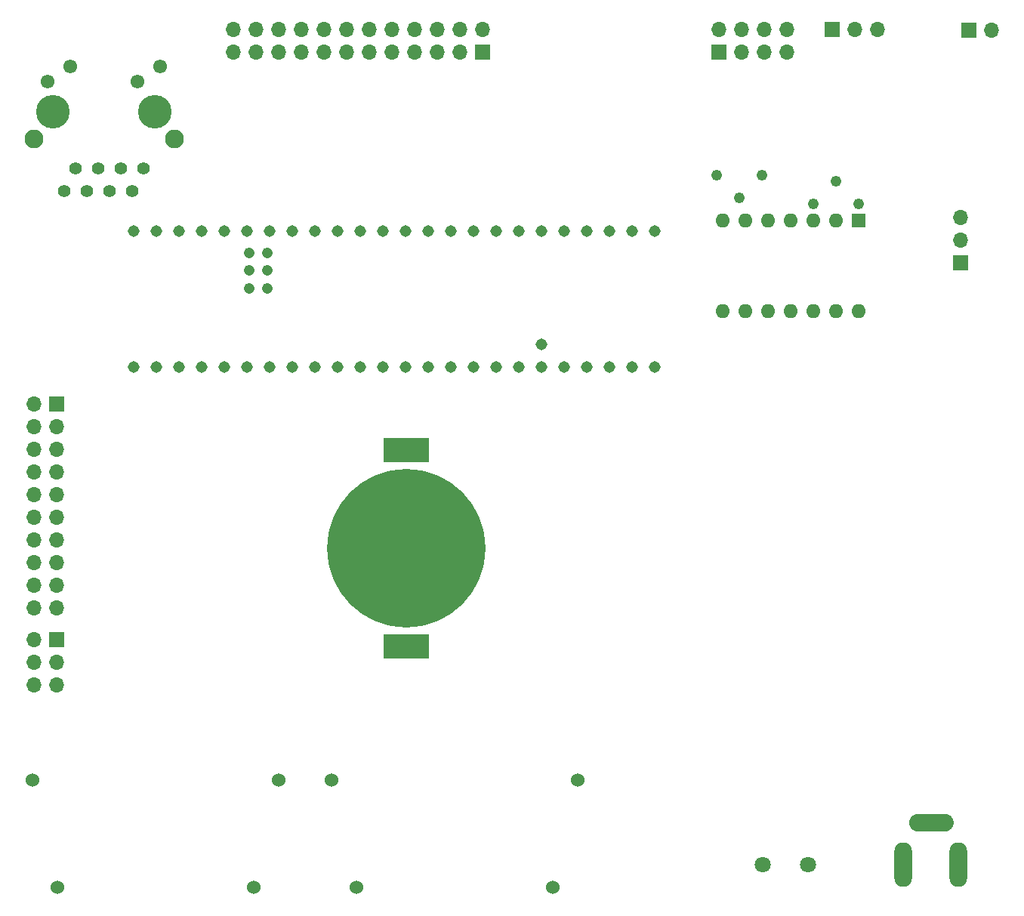
<source format=gbs>
%TF.GenerationSoftware,KiCad,Pcbnew,(5.1.8)-1*%
%TF.CreationDate,2022-01-07T12:39:40-05:00*%
%TF.ProjectId,OCE_L,4f43455f-4c2e-46b6-9963-61645f706362,rev?*%
%TF.SameCoordinates,Original*%
%TF.FileFunction,Soldermask,Bot*%
%TF.FilePolarity,Negative*%
%FSLAX46Y46*%
G04 Gerber Fmt 4.6, Leading zero omitted, Abs format (unit mm)*
G04 Created by KiCad (PCBNEW (5.1.8)-1) date 2022-01-07 12:39:40*
%MOMM*%
%LPD*%
G01*
G04 APERTURE LIST*
%ADD10O,2.000000X5.000000*%
%ADD11C,1.308000*%
%ADD12C,1.208000*%
%ADD13O,1.700000X1.700000*%
%ADD14R,1.700000X1.700000*%
%ADD15C,1.524000*%
%ADD16C,1.397000*%
%ADD17C,1.549400*%
%ADD18C,3.759200*%
%ADD19C,2.108200*%
%ADD20O,1.600000X1.600000*%
%ADD21R,1.600000X1.600000*%
%ADD22C,1.219200*%
%ADD23C,17.780001*%
%ADD24R,5.080000X2.794000*%
%ADD25C,1.803400*%
G04 APERTURE END LIST*
D10*
%TO.C,J2*%
X137698200Y-134416800D03*
X143898200Y-134416800D03*
G36*
G01*
X142398200Y-130716800D02*
X139398200Y-130716800D01*
G75*
G02*
X138398200Y-129716800I0J1000000D01*
G01*
X138398200Y-129716800D01*
G75*
G02*
X139398200Y-128716800I1000000J0D01*
G01*
X142398200Y-128716800D01*
G75*
G02*
X143398200Y-129716800I0J-1000000D01*
G01*
X143398200Y-129716800D01*
G75*
G02*
X142398200Y-130716800I-1000000J0D01*
G01*
G37*
%TD*%
D11*
%TO.C,IC1*%
X89535000Y-63373000D03*
X92075000Y-63373000D03*
X94615000Y-63373000D03*
X97155000Y-63373000D03*
X99695000Y-63373000D03*
X102235000Y-63373000D03*
X104775000Y-63373000D03*
X107315000Y-63373000D03*
X109855000Y-63373000D03*
X109855000Y-78613000D03*
X107315000Y-78613000D03*
X104775000Y-78613000D03*
X102235000Y-78613000D03*
X99695000Y-78613000D03*
X97155000Y-78613000D03*
X94615000Y-78613000D03*
X92075000Y-78613000D03*
X89535000Y-78613000D03*
X51435000Y-63373000D03*
X53975000Y-63373000D03*
X56515000Y-63373000D03*
X59055000Y-63373000D03*
X61595000Y-63373000D03*
X64135000Y-63373000D03*
X66675000Y-63373000D03*
X69215000Y-63373000D03*
X71755000Y-63373000D03*
X74295000Y-63373000D03*
X76835000Y-63373000D03*
X79375000Y-63373000D03*
X81915000Y-63373000D03*
X84455000Y-63373000D03*
X86995000Y-78613000D03*
X84455000Y-78613000D03*
X81915000Y-78613000D03*
X79375000Y-78613000D03*
X76835000Y-78613000D03*
X74295000Y-78613000D03*
X71755000Y-78613000D03*
X69215000Y-78613000D03*
X66675000Y-78613000D03*
X64135000Y-78613000D03*
X61595000Y-78613000D03*
X59055000Y-78613000D03*
X56515000Y-78613000D03*
D12*
X64405000Y-69823000D03*
X64405000Y-67823000D03*
X66405000Y-69823000D03*
X66405000Y-67823000D03*
X64405000Y-65823000D03*
X66405000Y-65823000D03*
D11*
X86995000Y-63373000D03*
X97155000Y-76073000D03*
X53975000Y-78613000D03*
X51435000Y-78613000D03*
%TD*%
D13*
%TO.C,J6*%
X134874000Y-40767000D03*
X132334000Y-40767000D03*
D14*
X129794000Y-40767000D03*
%TD*%
D13*
%TO.C,J4*%
X62611000Y-40767000D03*
X62611000Y-43307000D03*
X65151000Y-40767000D03*
X65151000Y-43307000D03*
X67691000Y-40767000D03*
X67691000Y-43307000D03*
X70231000Y-40767000D03*
X70231000Y-43307000D03*
X72771000Y-40767000D03*
X72771000Y-43307000D03*
X75311000Y-40767000D03*
X75311000Y-43307000D03*
X77851000Y-40767000D03*
X77851000Y-43307000D03*
X80391000Y-40767000D03*
X80391000Y-43307000D03*
X82931000Y-40767000D03*
X82931000Y-43307000D03*
X85471000Y-40767000D03*
X85471000Y-43307000D03*
X88011000Y-40767000D03*
X88011000Y-43307000D03*
X90551000Y-40767000D03*
D14*
X90551000Y-43307000D03*
%TD*%
D13*
%TO.C,J3*%
X124714000Y-40767000D03*
X122174000Y-40767000D03*
X119634000Y-40767000D03*
X117094000Y-40767000D03*
X124714000Y-43307000D03*
X122174000Y-43307000D03*
X119634000Y-43307000D03*
D14*
X117094000Y-43307000D03*
%TD*%
D15*
%TO.C,K2*%
X64932000Y-136968000D03*
X42932000Y-136968000D03*
X67732000Y-124968000D03*
X40132000Y-124968000D03*
%TD*%
D16*
%TO.C,J9*%
X51308000Y-58908010D03*
X48768000Y-58908010D03*
X46228000Y-58908010D03*
X43688000Y-58908010D03*
X52578000Y-56368010D03*
X50038000Y-56368010D03*
X47498000Y-56368010D03*
X44958000Y-56368010D03*
D17*
X54458000Y-44918010D03*
X51918000Y-46638010D03*
X44348000Y-44938010D03*
X41808000Y-46638010D03*
D18*
X53848000Y-49998010D03*
X42418000Y-49998010D03*
D19*
X56007998Y-53048010D03*
X40258002Y-53048010D03*
%TD*%
D20*
%TO.C,U3*%
X132715000Y-72390000D03*
X117475000Y-62230000D03*
X130175000Y-72390000D03*
X120015000Y-62230000D03*
X127635000Y-72390000D03*
X122555000Y-62230000D03*
X125095000Y-72390000D03*
X125095000Y-62230000D03*
X122555000Y-72390000D03*
X127635000Y-62230000D03*
X120015000Y-72390000D03*
X130175000Y-62230000D03*
X117475000Y-72390000D03*
D21*
X132715000Y-62230000D03*
%TD*%
D15*
%TO.C,K1*%
X98460000Y-136968000D03*
X76460000Y-136968000D03*
X101260000Y-124968000D03*
X73660000Y-124968000D03*
%TD*%
D22*
%TO.C,RV1*%
X127635000Y-60299600D03*
X130175000Y-57759600D03*
X132715000Y-60299600D03*
%TD*%
%TO.C,RV2*%
X121920000Y-57150000D03*
X119380000Y-59690000D03*
X116840000Y-57150000D03*
%TD*%
D13*
%TO.C,J5*%
X40259000Y-105664000D03*
X42799000Y-105664000D03*
X40259000Y-103124000D03*
X42799000Y-103124000D03*
X40259000Y-100584000D03*
X42799000Y-100584000D03*
X40259000Y-98044000D03*
X42799000Y-98044000D03*
X40259000Y-95504000D03*
X42799000Y-95504000D03*
X40259000Y-92964000D03*
X42799000Y-92964000D03*
X40259000Y-90424000D03*
X42799000Y-90424000D03*
X40259000Y-87884000D03*
X42799000Y-87884000D03*
X40259000Y-85344000D03*
X42799000Y-85344000D03*
X40259000Y-82804000D03*
D14*
X42799000Y-82804000D03*
%TD*%
D13*
%TO.C,J10*%
X40259000Y-114300000D03*
X42799000Y-114300000D03*
X40259000Y-111760000D03*
X42799000Y-111760000D03*
X40259000Y-109220000D03*
D14*
X42799000Y-109220000D03*
%TD*%
D13*
%TO.C,J11*%
X147675600Y-40894000D03*
D14*
X145135600Y-40894000D03*
%TD*%
D23*
%TO.C,B1*%
X82043001Y-98933000D03*
D24*
X82043001Y-87948000D03*
X82043001Y-109918000D03*
%TD*%
D25*
%TO.C,J1*%
X127025400Y-134391400D03*
X122025400Y-134391400D03*
%TD*%
D14*
%TO.C,J7*%
X144208500Y-66929000D03*
D13*
X144208500Y-64389000D03*
X144208500Y-61849000D03*
%TD*%
M02*

</source>
